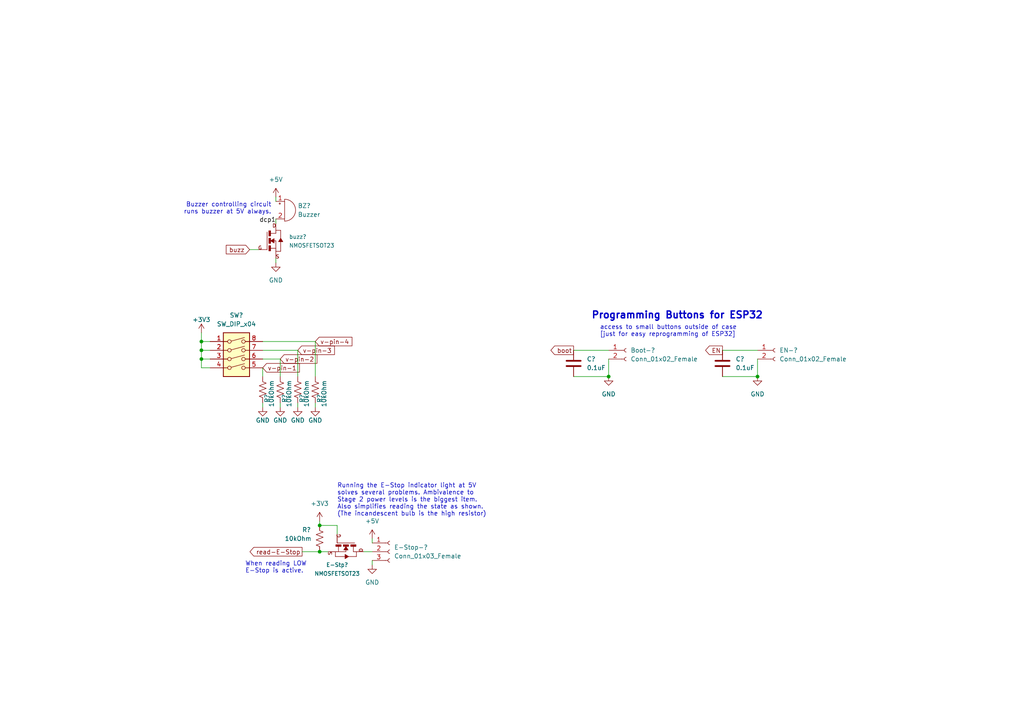
<source format=kicad_sch>
(kicad_sch (version 20211123) (generator eeschema)
  (paper "A4")
  (lib_symbols
    (symbol "Connector:Conn_01x02_Female" (pin_names (offset 1.016) hide)
      (property "Reference" "J" (at 0 2.54 0))
      (property "Value" "Conn_01x02_Female" (at 0 -5.08 0))
      (symbol "Conn_01x02_Female_1_1"
        (arc (start 0 -2.032) (mid -0.508 -2.54) (end 0 -3.048) (stroke (width 0.1524)))
        (polyline (pts (xy -1.27 -2.54) (xy -0.508 -2.54)) (stroke (width 0.1524)))
        (polyline (pts (xy -1.27 0) (xy -0.508 0)) (stroke (width 0.1524)))
        (arc (start 0 0.508) (mid -0.508 0) (end 0 -0.508) (stroke (width 0.1524)))
        (pin passive line (at -5.08 0 0) (length 3.81) (name "Pin_1") (number "1"))
        (pin passive line (at -5.08 -2.54 0) (length 3.81) (name "Pin_2") (number "2"))
      )
    )
    (symbol "Connector:Conn_01x03_Female" (pin_names (offset 1.016) hide)
      (property "Reference" "J" (at 0 5.08 0))
      (property "Value" "Conn_01x03_Female" (at 0 -5.08 0))
      (symbol "Conn_01x03_Female_1_1"
        (arc (start 0 -2.032) (mid -0.508 -2.54) (end 0 -3.048) (stroke (width 0.1524)))
        (polyline (pts (xy -1.27 -2.54) (xy -0.508 -2.54)) (stroke (width 0.1524)))
        (polyline (pts (xy -1.27 0) (xy -0.508 0)) (stroke (width 0.1524)))
        (polyline (pts (xy -1.27 2.54) (xy -0.508 2.54)) (stroke (width 0.1524)))
        (arc (start 0 0.508) (mid -0.508 0) (end 0 -0.508) (stroke (width 0.1524)))
        (arc (start 0 3.048) (mid -0.508 2.54) (end 0 2.032) (stroke (width 0.1524)))
        (pin passive line (at -5.08 2.54 0) (length 3.81) (name "Pin_1") (number "1"))
        (pin passive line (at -5.08 0 0) (length 3.81) (name "Pin_2") (number "2"))
        (pin passive line (at -5.08 -2.54 0) (length 3.81) (name "Pin_3") (number "3"))
      )
    )
    (symbol "Device:Buzzer" (pin_names (offset 0.0254) hide)
      (property "Reference" "BZ" (at 3.81 1.27 0))
      (property "Value" "Buzzer" (at 3.81 -1.27 0))
      (symbol "Buzzer_0_1"
        (arc (start 0 -3.175) (mid 3.175 0) (end 0 3.175))
        (polyline (pts (xy -1.651 1.905) (xy -1.143 1.905)))
        (polyline (pts (xy -1.397 2.159) (xy -1.397 1.651)))
        (polyline (pts (xy 0 3.175) (xy 0 -3.175)))
      )
      (symbol "Buzzer_1_1"
        (pin passive line (at -2.54 2.54 0) (length 2.54) (name "-") (number "1"))
        (pin passive line (at -2.54 -2.54 0) (length 2.54) (name "+") (number "2"))
      )
    )
    (symbol "Device:C" (pin_numbers hide) (pin_names (offset 0.254))
      (property "Reference" "C" (at 0.635 2.54 0))
      (property "Value" "C" (at 0.635 -2.54 0))
      (symbol "C_0_1"
        (polyline (pts (xy -2.032 -0.762) (xy 2.032 -0.762)) (stroke (width 0.508)))
        (polyline (pts (xy -2.032 0.762) (xy 2.032 0.762)) (stroke (width 0.508)))
      )
      (symbol "C_1_1"
        (pin passive line (at 0 3.81 270) (length 2.794) (name "~") (number "1"))
        (pin passive line (at 0 -3.81 90) (length 2.794) (name "~") (number "2"))
      )
    )
    (symbol "Device:R_US" (pin_numbers hide) (pin_names (offset 0))
      (property "Reference" "R" (at 2.54 0 90))
      (property "Value" "R_US" (at -2.54 0 90))
      (symbol "R_US_0_1"
        (polyline (pts (xy 0 -2.286) (xy 0 -2.54)))
        (polyline (pts (xy 0 2.286) (xy 0 2.54)))
        (polyline (pts (xy 0 -0.762) (xy 1.016 -1.143) (xy 0 -1.524) (xy -1.016 -1.905) (xy 0 -2.286)))
        (polyline (pts (xy 0 0.762) (xy 1.016 0.381) (xy 0 0) (xy -1.016 -0.381) (xy 0 -0.762)))
        (polyline (pts (xy 0 2.286) (xy 1.016 1.905) (xy 0 1.524) (xy -1.016 1.143) (xy 0 0.762)))
      )
      (symbol "R_US_1_1"
        (pin passive line (at 0 3.81 270) (length 1.27) (name "~") (number "1"))
        (pin passive line (at 0 -3.81 90) (length 1.27) (name "~") (number "2"))
      )
    )
    (symbol "Fab-Academy-2019:NMOSFETSOT23" (pin_numbers hide) (pin_names (offset 1.016) hide)
      (property "Reference" "T" (at 2.54 2.54 0))
      (property "Value" "NMOSFETSOT23" (at 2.54 0 0))
      (symbol "NMOSFETSOT23_1_0"
        (polyline (pts (xy -2.54 -2.54) (xy -2.54 2.54)))
        (polyline (pts (xy -1.524 -2.159) (xy 0 -2.159)))
        (polyline (pts (xy -1.524 2.159) (xy 0 2.159)))
        (polyline (pts (xy -0.508 0) (xy 0 0)))
        (polyline (pts (xy 0 -2.159) (xy 0 -2.54)))
        (polyline (pts (xy 0 0) (xy 0 -2.159)))
        (polyline (pts (xy 0 2.159) (xy 0 2.54)))
        (polyline (pts (xy 0 3.048) (xy 1.397 3.048)))
        (polyline (pts (xy 1.397 -3.048) (xy 0 -3.048)))
        (polyline (pts (xy 1.397 -0.254) (xy 1.397 -3.048)))
        (polyline (pts (xy 1.397 3.048) (xy 1.397 0.762)))
        (text "D" (at -0.4826 4.3942 0) (effects (font (size 1.016 1.016))))
        (text "G" (at -4.5974 -2.032 0) (effects (font (size 1.016 1.016))))
        (text "S" (at 0.4826 -4.572 0) (effects (font (size 1.016 1.016))))
      )
      (symbol "NMOSFETSOT23_1_1"
        (rectangle (start -2.032 -2.921) (end -1.524 -1.397) (fill (type outline)))
        (rectangle (start -2.032 -0.762) (end -1.524 0.762) (fill (type outline)))
        (rectangle (start -2.032 1.397) (end -1.524 2.921) (fill (type outline)))
        (polyline (pts (xy -1.524 0) (xy -0.508 0.635) (xy -0.508 0.635) (xy -0.508 -0.635) (xy -0.508 -0.635) (xy -1.524 0)) (fill (type outline)))
        (polyline (pts (xy 1.397 0.762) (xy 2.032 -0.254) (xy 2.032 -0.254) (xy 0.762 -0.254) (xy 0.762 -0.254) (xy 1.397 0.762)) (fill (type outline)))
        (pin passive line (at 0 5.08 270) (length 2.54) (name "D") (number "1"))
        (pin passive line (at 0 -5.08 90) (length 2.54) (name "S") (number "2"))
        (pin passive line (at -5.08 -2.54 0) (length 2.54) (name "G") (number "3"))
      )
    )
    (symbol "Switch:SW_DIP_x04" (pin_names (offset 0) hide)
      (property "Reference" "SW" (at 0 8.89 0))
      (property "Value" "SW_DIP_x04" (at 0 -6.35 0))
      (symbol "SW_DIP_x04_0_0"
        (circle (center -2.032 -2.54) (radius 0.508))
        (circle (center -2.032 0) (radius 0.508))
        (circle (center -2.032 2.54) (radius 0.508))
        (circle (center -2.032 5.08) (radius 0.508))
        (polyline (pts (xy -1.524 -2.3876) (xy 2.3622 -1.3462)))
        (polyline (pts (xy -1.524 0.127) (xy 2.3622 1.1684)))
        (polyline (pts (xy -1.524 2.667) (xy 2.3622 3.7084)))
        (polyline (pts (xy -1.524 5.207) (xy 2.3622 6.2484)))
        (circle (center 2.032 -2.54) (radius 0.508))
        (circle (center 2.032 0) (radius 0.508))
        (circle (center 2.032 2.54) (radius 0.508))
        (circle (center 2.032 5.08) (radius 0.508))
      )
      (symbol "SW_DIP_x04_0_1"
        (rectangle (start -3.81 7.62) (end 3.81 -5.08) (stroke (width 0.254)) (fill (type background)))
      )
      (symbol "SW_DIP_x04_1_1"
        (pin passive line (at -7.62 5.08 0) (length 5.08) (name "~") (number "1"))
        (pin passive line (at -7.62 2.54 0) (length 5.08) (name "~") (number "2"))
        (pin passive line (at -7.62 0 0) (length 5.08) (name "~") (number "3"))
        (pin passive line (at -7.62 -2.54 0) (length 5.08) (name "~") (number "4"))
        (pin passive line (at 7.62 -2.54 180) (length 5.08) (name "~") (number "5"))
        (pin passive line (at 7.62 0 180) (length 5.08) (name "~") (number "6"))
        (pin passive line (at 7.62 2.54 180) (length 5.08) (name "~") (number "7"))
        (pin passive line (at 7.62 5.08 180) (length 5.08) (name "~") (number "8"))
      )
    )
    (symbol "power:+3.3V" (power) (pin_names (offset 0))
      (property "Value" "+3.3V" (at 0 3.556 0))
      (symbol "+3.3V_0_1"
        (polyline (pts (xy -0.762 1.27) (xy 0 2.54)))
        (polyline (pts (xy 0 0) (xy 0 2.54)))
        (polyline (pts (xy 0 2.54) (xy 0.762 1.27)))
      )
      (symbol "+3.3V_1_1"
        (pin power_in line (at 0 0 90) (length 0) hide (name "+3V3") (number "1"))
      )
    )
    (symbol "power:+5V" (power) (pin_names (offset 0))
      (property "Value" "+5V" (at 0 3.556 0))
      (symbol "+5V_0_1"
        (polyline (pts (xy -0.762 1.27) (xy 0 2.54)))
        (polyline (pts (xy 0 0) (xy 0 2.54)))
        (polyline (pts (xy 0 2.54) (xy 0.762 1.27)))
      )
      (symbol "+5V_1_1"
        (pin power_in line (at 0 0 90) (length 0) hide (name "+5V") (number "1"))
      )
    )
    (symbol "power:GND" (power) (pin_names (offset 0))
      (property "Value" "GND" (at 0 -3.81 0))
      (symbol "GND_0_1"
        (polyline (pts (xy 0 0) (xy 0 -1.27) (xy 1.27 -1.27) (xy 0 -2.54) (xy -1.27 -1.27) (xy 0 -1.27)))
      )
      (symbol "GND_1_1"
        (pin power_in line (at 0 0 270) (length 0) hide (name "GND") (number "1"))
      )
    )
  )
  (junction (at 58.42 104.14))
  (junction (at 176.53 109.22))
  (junction (at 92.71 160.02))
  (junction (at 58.42 101.6))
  (junction (at 58.42 99.06))
  (junction (at 92.71 152.4))
  (junction (at 219.71 109.22))
  (wire (pts (xy 76.2 99.06) (xy 91.44 99.06)))
  (wire (pts (xy 87.63 160.02) (xy 92.71 160.02)))
  (wire (pts (xy 92.71 160.02) (xy 95.25 160.02)))
  (wire (pts (xy 219.71 104.14) (xy 219.71 109.22)))
  (wire (pts (xy 58.42 96.52) (xy 58.42 99.06)))
  (wire (pts (xy 80.01 76.2) (xy 80.01 74.93)))
  (wire (pts (xy 176.53 104.14) (xy 176.53 109.22)))
  (wire (pts (xy 76.2 104.14) (xy 81.28 104.14)))
  (wire (pts (xy 107.95 156.21) (xy 107.95 157.48)))
  (wire (pts (xy 107.95 162.56) (xy 107.95 163.83)))
  (wire (pts (xy 76.2 101.6) (xy 86.36 101.6)))
  (wire (pts (xy 60.96 104.14) (xy 58.42 104.14)))
  (wire (pts (xy 60.96 106.68) (xy 58.42 106.68)))
  (wire (pts (xy 60.96 101.6) (xy 58.42 101.6)))
  (wire (pts (xy 91.44 118.11) (xy 91.44 116.84)))
  (wire (pts (xy 86.36 118.11) (xy 86.36 116.84)))
  (wire (pts (xy 209.55 101.6) (xy 219.71 101.6)))
  (wire (pts (xy 80.01 57.15) (xy 80.01 58.42)))
  (wire (pts (xy 97.79 152.4) (xy 92.71 152.4)))
  (wire (pts (xy 58.42 99.06) (xy 60.96 99.06)))
  (wire (pts (xy 76.2 106.68) (xy 76.2 109.22)))
  (wire (pts (xy 58.42 104.14) (xy 58.42 101.6)))
  (wire (pts (xy 97.79 154.94) (xy 97.79 152.4)))
  (wire (pts (xy 91.44 99.06) (xy 91.44 109.22)))
  (wire (pts (xy 105.41 160.02) (xy 107.95 160.02)))
  (wire (pts (xy 81.28 104.14) (xy 81.28 109.22)))
  (wire (pts (xy 166.37 109.22) (xy 176.53 109.22)))
  (wire (pts (xy 80.01 64.77) (xy 80.01 63.5)))
  (wire (pts (xy 58.42 101.6) (xy 58.42 99.06)))
  (wire (pts (xy 166.37 101.6) (xy 176.53 101.6)))
  (wire (pts (xy 58.42 106.68) (xy 58.42 104.14)))
  (wire (pts (xy 92.71 151.13) (xy 92.71 152.4)))
  (wire (pts (xy 76.2 118.11) (xy 76.2 116.84)))
  (wire (pts (xy 86.36 101.6) (xy 86.36 109.22)))
  (wire (pts (xy 81.28 118.11) (xy 81.28 116.84)))
  (wire (pts (xy 209.55 109.22) (xy 219.71 109.22)))
  (wire (pts (xy 72.39 72.39) (xy 74.93 72.39)))
  (text "Programming Buttons for ESP32" (at 171.45 92.71 0) (effects (font (size 2 2) (thickness 0.4) bold) (justify left bottom)))
  (text "access to small buttons outside of case \n[just for easy reprogramming of ESP32]" (at 173.99 97.79 0) (effects (font (size 1.27 1.27)) (justify left bottom)))
  (text "When reading LOW\nE-Stop is active." (at 71.12 166.37 0) (effects (font (size 1.27 1.27)) (justify left bottom)))
  (text "Buzzer controlling circuit\nruns buzzer at 5V always." (at 78.74 62.23 0) (effects (font (size 1.27 1.27)) (justify right bottom)))
  (text "Running the E-Stop indicator light at 5V \nsolves several problems. Ambivalence to \nStage 2 power levels is the biggest item.\nAlso simplifies reading the state as shown.\n(The incandescent bulb is the high resistor)" (at 97.79 149.86 0) (effects (font (size 1.27 1.27)) (justify left bottom)))
  (label "dcp1" (at 80.01 64.77 180))
  (global_label "v-pin-3" (shape input) (at 86.36 101.6 0) (property "Intersheet References" "${INTERSHEET_REFS}" (effects hide)))
  (global_label "v-pin-2" (shape input) (at 81.28 104.14 0) (property "Intersheet References" "${INTERSHEET_REFS}" (effects hide)))
  (global_label "read-E-Stop" (shape output) (at 87.63 160.02 180) (property "Intersheet References" "${INTERSHEET_REFS}" (effects hide)))
  (global_label "EN" (shape output) (at 209.55 101.6 180) (property "Intersheet References" "${INTERSHEET_REFS}" (effects hide)))
  (global_label "boot" (shape output) (at 166.37 101.6 180) (property "Intersheet References" "${INTERSHEET_REFS}" (effects hide)))
  (global_label "v-pin-4" (shape input) (at 91.44 99.06 0) (property "Intersheet References" "${INTERSHEET_REFS}" (effects hide)))
  (global_label "buzz" (shape input) (at 72.39 72.39 180) (property "Intersheet References" "${INTERSHEET_REFS}" (effects hide)))
  (global_label "v-pin-1" (shape input) (at 76.2 106.68 0) (property "Intersheet References" "${INTERSHEET_REFS}" (effects hide)))
  (symbol (lib_id "Switch:SW_DIP_x04") (at 68.58 104.14 0) (unit 1)
    (property "Reference" "SW?" (at 68.58 91.44 0))
    (property "Value" "SW_DIP_x04" (at 68.58 93.98 0))
    (property "Footprint" "Button_Switch_THT:SW_DIP_SPSTx04_Slide_6.7x11.72mm_W7.62mm_P2.54mm_LowProfile" (effects hide))
  )
  (symbol (lib_id "power:GND") (at 80.01 76.2 0) (unit 1)
    (property "Reference" "#PWR?" (effects hide))
    (property "Value" "GND" (at 80.01 81.28 0))
  )
  (symbol (lib_id "Device:R_US") (at 81.28 113.03 180) (unit 1)
    (property "Reference" "R?" (at 82.55 116.84 90) (effects (justify right)))
    (property "Value" "10kOhm" (at 83.82 118.11 90) (effects (justify right)))
    (property "Footprint" "Resistor_SMD:R_1206_3216Metric_Pad1.30x1.75mm_HandSolder" (effects hide))
  )
  (symbol (lib_id "power:GND") (at 176.53 109.22 0) (unit 1)
    (property "Reference" "#PWR?" (effects hide))
    (property "Value" "GND" (at 176.53 114.3 0))
  )
  (symbol (lib_id "Device:Buzzer") (at 82.55 60.96 0) (unit 1)
    (property "Reference" "BZ?" (at 86.36 59.6899 0) (effects (justify left)))
    (property "Value" "Buzzer" (at 86.36 62.2299 0) (effects (justify left)))
    (property "Footprint" "Buzzer_Beeper:Buzzer_15x7.5RM7.6" (effects hide))
  )
  (symbol (lib_id "power:+3.3V") (at 58.42 96.52 0) (unit 1)
    (property "Reference" "#PWR?" (effects hide))
    (property "Value" "+3.3V" (at 58.42 92.71 0))
  )
  (symbol (lib_id "power:GND") (at 107.95 163.83 0) (unit 1)
    (property "Reference" "#PWR?" (effects hide))
    (property "Value" "GND" (at 107.95 168.91 0))
  )
  (symbol (lib_id "Device:C") (at 166.37 105.41 0) (unit 1)
    (property "Reference" "C?" (at 170.18 104.1399 0) (effects (justify left)))
    (property "Value" "0.1uF" (at 170.18 106.6799 0) (effects (justify left)))
    (property "Footprint" "Capacitor_SMD:C_1206_3216Metric_Pad1.33x1.80mm_HandSolder" (effects hide))
  )
  (symbol (lib_id "power:GND") (at 91.44 118.11 0) (unit 1)
    (property "Reference" "#PWR?" (effects hide))
    (property "Value" "GND" (at 91.44 121.92 0))
  )
  (symbol (lib_id "Connector:Conn_01x02_Female") (at 181.61 101.6 0) (unit 1)
    (property "Reference" "Boot-?" (at 182.88 101.5999 0) (effects (justify left)))
    (property "Value" "Conn_01x02_Female" (at 182.88 104.1399 0) (effects (justify left)))
    (property "Footprint" "Connector_PinSocket_2.54mm:PinSocket_1x02_P2.54mm_Vertical" (effects hide))
  )
  (symbol (lib_id "Device:C") (at 209.55 105.41 0) (unit 1)
    (property "Reference" "C?" (at 213.36 104.1399 0) (effects (justify left)))
    (property "Value" "0.1uF" (at 213.36 106.6799 0) (effects (justify left)))
    (property "Footprint" "Capacitor_SMD:C_1206_3216Metric_Pad1.33x1.80mm_HandSolder" (effects hide))
  )
  (symbol (lib_id "Device:R_US") (at 86.36 113.03 180) (unit 1)
    (property "Reference" "R?" (at 87.63 116.84 90) (effects (justify right)))
    (property "Value" "10kOhm" (at 88.9 118.11 90) (effects (justify right)))
    (property "Footprint" "Resistor_SMD:R_1206_3216Metric_Pad1.30x1.75mm_HandSolder" (effects hide))
  )
  (symbol (lib_id "power:+5V") (at 80.01 57.15 0) (unit 1)
    (property "Reference" "#PWR?" (effects hide))
    (property "Value" "+5V" (at 80.01 52.07 0))
  )
  (symbol (lib_id "power:GND") (at 81.28 118.11 0) (unit 1)
    (property "Reference" "#PWR?" (effects hide))
    (property "Value" "GND" (at 81.28 121.92 0))
  )
  (symbol (lib_id "power:GND") (at 219.71 109.22 0) (unit 1)
    (property "Reference" "#PWR?" (effects hide))
    (property "Value" "GND" (at 219.71 114.3 0))
  )
  (symbol (lib_id "power:+3.3V") (at 92.71 151.13 0) (unit 1)
    (property "Reference" "#PWR?" (effects hide))
    (property "Value" "+3.3V" (at 92.71 146.05 0))
  )
  (symbol (lib_id "Device:R_US") (at 76.2 113.03 180) (unit 1)
    (property "Reference" "R?" (at 77.47 116.84 90) (effects (justify right)))
    (property "Value" "10kOhm" (at 78.74 118.11 90) (effects (justify right)))
    (property "Footprint" "Resistor_SMD:R_1206_3216Metric_Pad1.30x1.75mm_HandSolder" (effects hide))
  )
  (symbol (lib_id "power:GND") (at 86.36 118.11 0) (unit 1)
    (property "Reference" "#PWR?" (effects hide))
    (property "Value" "GND" (at 86.36 121.92 0))
  )
  (symbol (lib_id "Connector:Conn_01x02_Female") (at 224.79 101.6 0) (unit 1)
    (property "Reference" "EN-?" (at 226.06 101.5999 0) (effects (justify left)))
    (property "Value" "Conn_01x02_Female" (at 226.06 104.1399 0) (effects (justify left)))
    (property "Footprint" "Connector_PinSocket_2.54mm:PinSocket_1x02_P2.54mm_Vertical" (effects hide))
  )
  (symbol (lib_id "Fab-Academy-2019:NMOSFETSOT23") (at 100.33 160.02 270) (unit 1)
    (property "Reference" "E-Stp?" (at 97.79 163.83 90) (effects (font (size 1.143 1.143))))
    (property "Value" "NMOSFETSOT23" (at 97.79 166.37 90) (effects (font (size 1.143 1.143))))
    (property "Footprint" "Package_TO_SOT_SMD:SOT-23" (effects hide))
  )
  (symbol (lib_id "power:+5V") (at 107.95 156.21 0) (unit 1)
    (property "Reference" "#PWR?" (effects hide))
    (property "Value" "+5V" (at 107.95 151.13 0))
  )
  (symbol (lib_id "power:GND") (at 76.2 118.11 0) (unit 1)
    (property "Reference" "#PWR?" (effects hide))
    (property "Value" "GND" (at 76.2 121.92 0))
  )
  (symbol (lib_id "Fab-Academy-2019:NMOSFETSOT23") (at 80.01 69.85 0) (unit 1)
    (property "Reference" "buzz?" (at 83.82 68.6689 0) (effects (font (size 1.143 1.143)) (justify left)))
    (property "Value" "NMOSFETSOT23" (at 83.82 71.2089 0) (effects (font (size 1.143 1.143)) (justify left)))
    (property "Footprint" "Package_TO_SOT_SMD:SOT-23" (effects hide))
  )
  (symbol (lib_id "Device:R_US") (at 91.44 113.03 180) (unit 1)
    (property "Reference" "R?" (at 92.71 116.84 90) (effects (justify right)))
    (property "Value" "10kOhm" (at 93.98 118.11 90) (effects (justify right)))
    (property "Footprint" "Resistor_SMD:R_1206_3216Metric_Pad1.30x1.75mm_HandSolder" (effects hide))
  )
  (symbol (lib_id "Connector:Conn_01x03_Female") (at 113.03 160.02 0) (unit 1)
    (property "Reference" "E-Stop-?" (at 114.3 158.7499 0) (effects (justify left)))
    (property "Value" "Conn_01x03_Female" (at 114.3 161.2899 0) (effects (justify left)))
    (property "Footprint" "Connector_PinSocket_2.54mm:PinSocket_1x03_P2.54mm_Vertical" (effects hide))
  )
  (symbol (lib_id "Device:R_US") (at 92.71 156.21 180) (unit 1)
    (property "Reference" "R?" (at 87.63 153.67 0) (effects (justify right)))
    (property "Value" "10kOhm" (at 82.55 156.21 0) (effects (justify right)))
    (property "Footprint" "Resistor_SMD:R_1206_3216Metric_Pad1.30x1.75mm_HandSolder" (effects hide))
  )
)
</source>
